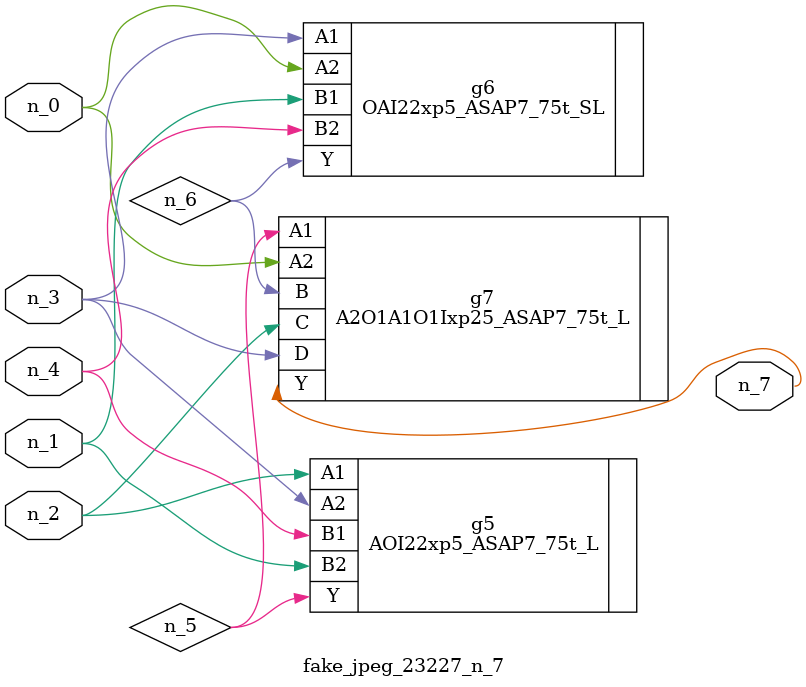
<source format=v>
module fake_jpeg_23227_n_7 (n_3, n_2, n_1, n_0, n_4, n_7);

input n_3;
input n_2;
input n_1;
input n_0;
input n_4;

output n_7;

wire n_6;
wire n_5;

AOI22xp5_ASAP7_75t_L g5 ( 
.A1(n_2),
.A2(n_3),
.B1(n_4),
.B2(n_1),
.Y(n_5)
);

OAI22xp5_ASAP7_75t_SL g6 ( 
.A1(n_3),
.A2(n_0),
.B1(n_1),
.B2(n_4),
.Y(n_6)
);

A2O1A1O1Ixp25_ASAP7_75t_L g7 ( 
.A1(n_5),
.A2(n_0),
.B(n_6),
.C(n_2),
.D(n_3),
.Y(n_7)
);


endmodule
</source>
